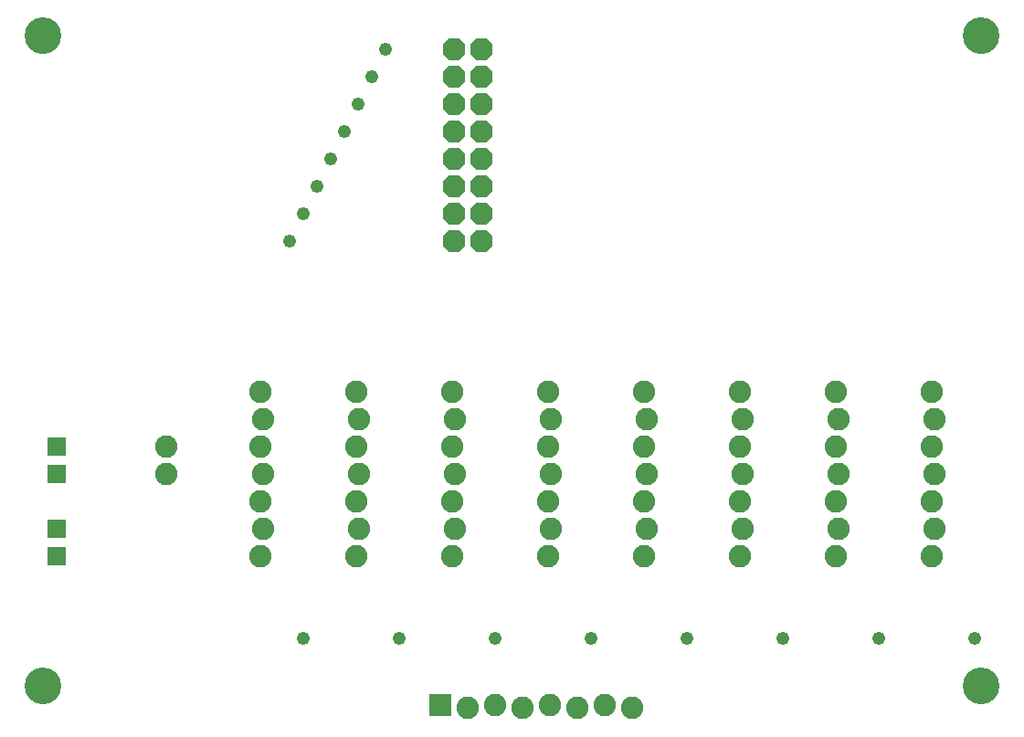
<source format=gts>
G75*
%MOIN*%
%OFA0B0*%
%FSLAX25Y25*%
%IPPOS*%
%LPD*%
%AMOC8*
5,1,8,0,0,1.08239X$1,22.5*
%
%ADD10C,0.13398*%
%ADD11C,0.08200*%
%ADD12R,0.06800X0.06800*%
%ADD13R,0.08200X0.08200*%
%ADD14OC8,0.08200*%
%ADD15C,0.04762*%
D10*
X0012200Y0014700D03*
X0012200Y0252200D03*
X0354700Y0252200D03*
X0354700Y0014700D03*
D11*
X0336700Y0062200D03*
X0337700Y0072200D03*
X0336700Y0082200D03*
X0337700Y0092200D03*
X0336700Y0102200D03*
X0337700Y0112200D03*
X0336700Y0122200D03*
X0301700Y0122200D03*
X0302700Y0112200D03*
X0301700Y0102200D03*
X0302700Y0092200D03*
X0301700Y0082200D03*
X0302700Y0072200D03*
X0301700Y0062200D03*
X0266700Y0062200D03*
X0267700Y0072200D03*
X0266700Y0082200D03*
X0267700Y0092200D03*
X0266700Y0102200D03*
X0267700Y0112200D03*
X0266700Y0122200D03*
X0231700Y0122200D03*
X0232700Y0112200D03*
X0231700Y0102200D03*
X0232700Y0092200D03*
X0231700Y0082200D03*
X0232700Y0072200D03*
X0231700Y0062200D03*
X0196700Y0062200D03*
X0197700Y0072200D03*
X0196700Y0082200D03*
X0197700Y0092200D03*
X0196700Y0102200D03*
X0197700Y0112200D03*
X0196700Y0122200D03*
X0162700Y0112200D03*
X0161700Y0102200D03*
X0162700Y0092200D03*
X0161700Y0082200D03*
X0162700Y0072200D03*
X0161700Y0062200D03*
X0126700Y0062200D03*
X0127700Y0072200D03*
X0126700Y0082200D03*
X0127700Y0092200D03*
X0126700Y0102200D03*
X0127700Y0112200D03*
X0126700Y0122200D03*
X0161700Y0122200D03*
X0092700Y0112200D03*
X0091700Y0102200D03*
X0092700Y0092200D03*
X0091700Y0082200D03*
X0092700Y0072200D03*
X0091700Y0062200D03*
X0057200Y0092200D03*
X0057200Y0102200D03*
X0091700Y0122200D03*
X0167200Y0006700D03*
X0177200Y0007700D03*
X0187200Y0006700D03*
X0197200Y0007700D03*
X0207200Y0006700D03*
X0217200Y0007700D03*
X0227200Y0006700D03*
D12*
X0017200Y0062200D03*
X0017200Y0072200D03*
X0017200Y0092200D03*
X0017200Y0102200D03*
D13*
X0157200Y0007700D03*
D14*
X0162200Y0177200D03*
X0162200Y0187200D03*
X0172200Y0187200D03*
X0172200Y0177200D03*
X0172200Y0197200D03*
X0162200Y0197200D03*
X0162200Y0207200D03*
X0172200Y0207200D03*
X0172200Y0217200D03*
X0172200Y0227200D03*
X0162200Y0227200D03*
X0162200Y0217200D03*
X0162200Y0237200D03*
X0172200Y0237200D03*
X0172200Y0247200D03*
X0162200Y0247200D03*
D15*
X0137200Y0247200D03*
X0132200Y0237200D03*
X0127200Y0227200D03*
X0122200Y0217200D03*
X0117200Y0207200D03*
X0112200Y0197200D03*
X0107200Y0187200D03*
X0102200Y0177200D03*
X0107200Y0032200D03*
X0142200Y0032200D03*
X0177200Y0032200D03*
X0212200Y0032200D03*
X0247200Y0032200D03*
X0282200Y0032200D03*
X0317200Y0032200D03*
X0352200Y0032200D03*
M02*

</source>
